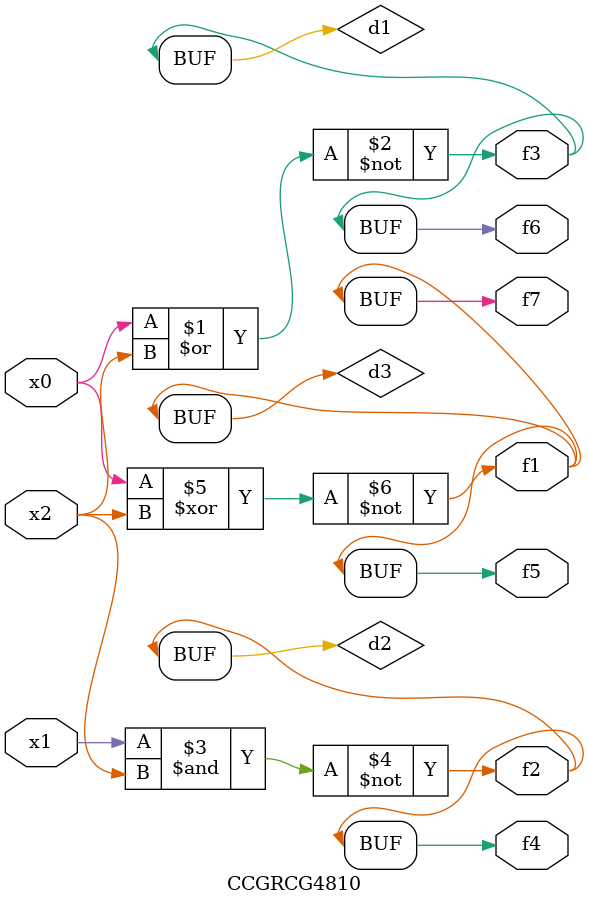
<source format=v>
module CCGRCG4810(
	input x0, x1, x2,
	output f1, f2, f3, f4, f5, f6, f7
);

	wire d1, d2, d3;

	nor (d1, x0, x2);
	nand (d2, x1, x2);
	xnor (d3, x0, x2);
	assign f1 = d3;
	assign f2 = d2;
	assign f3 = d1;
	assign f4 = d2;
	assign f5 = d3;
	assign f6 = d1;
	assign f7 = d3;
endmodule

</source>
